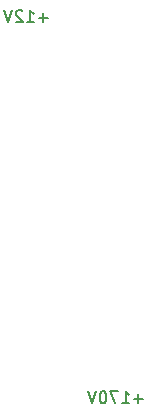
<source format=gbr>
G04 #@! TF.GenerationSoftware,KiCad,Pcbnew,5.1.4*
G04 #@! TF.CreationDate,2019-08-29T18:54:14+02:00*
G04 #@! TF.ProjectId,NixieClock,4e697869-6543-46c6-9f63-6b2e6b696361,rev?*
G04 #@! TF.SameCoordinates,Original*
G04 #@! TF.FileFunction,Legend,Bot*
G04 #@! TF.FilePolarity,Positive*
%FSLAX46Y46*%
G04 Gerber Fmt 4.6, Leading zero omitted, Abs format (unit mm)*
G04 Created by KiCad (PCBNEW 5.1.4) date 2019-08-29 18:54:14*
%MOMM*%
%LPD*%
G04 APERTURE LIST*
%ADD10C,0.150000*%
G04 APERTURE END LIST*
D10*
X43671904Y-128308428D02*
X42910000Y-128308428D01*
X43290952Y-128689380D02*
X43290952Y-127927476D01*
X41910000Y-128689380D02*
X42481428Y-128689380D01*
X42195714Y-128689380D02*
X42195714Y-127689380D01*
X42290952Y-127832238D01*
X42386190Y-127927476D01*
X42481428Y-127975095D01*
X41529047Y-127784619D02*
X41481428Y-127737000D01*
X41386190Y-127689380D01*
X41148095Y-127689380D01*
X41052857Y-127737000D01*
X41005238Y-127784619D01*
X40957619Y-127879857D01*
X40957619Y-127975095D01*
X41005238Y-128117952D01*
X41576666Y-128689380D01*
X40957619Y-128689380D01*
X40671904Y-127689380D02*
X40338571Y-128689380D01*
X40005238Y-127689380D01*
X51738095Y-160571428D02*
X50976190Y-160571428D01*
X51357142Y-160952380D02*
X51357142Y-160190476D01*
X49976190Y-160952380D02*
X50547619Y-160952380D01*
X50261904Y-160952380D02*
X50261904Y-159952380D01*
X50357142Y-160095238D01*
X50452380Y-160190476D01*
X50547619Y-160238095D01*
X49642857Y-159952380D02*
X48976190Y-159952380D01*
X49404761Y-160952380D01*
X48404761Y-159952380D02*
X48309523Y-159952380D01*
X48214285Y-160000000D01*
X48166666Y-160047619D01*
X48119047Y-160142857D01*
X48071428Y-160333333D01*
X48071428Y-160571428D01*
X48119047Y-160761904D01*
X48166666Y-160857142D01*
X48214285Y-160904761D01*
X48309523Y-160952380D01*
X48404761Y-160952380D01*
X48500000Y-160904761D01*
X48547619Y-160857142D01*
X48595238Y-160761904D01*
X48642857Y-160571428D01*
X48642857Y-160333333D01*
X48595238Y-160142857D01*
X48547619Y-160047619D01*
X48500000Y-160000000D01*
X48404761Y-159952380D01*
X47785714Y-159952380D02*
X47452380Y-160952380D01*
X47119047Y-159952380D01*
M02*

</source>
